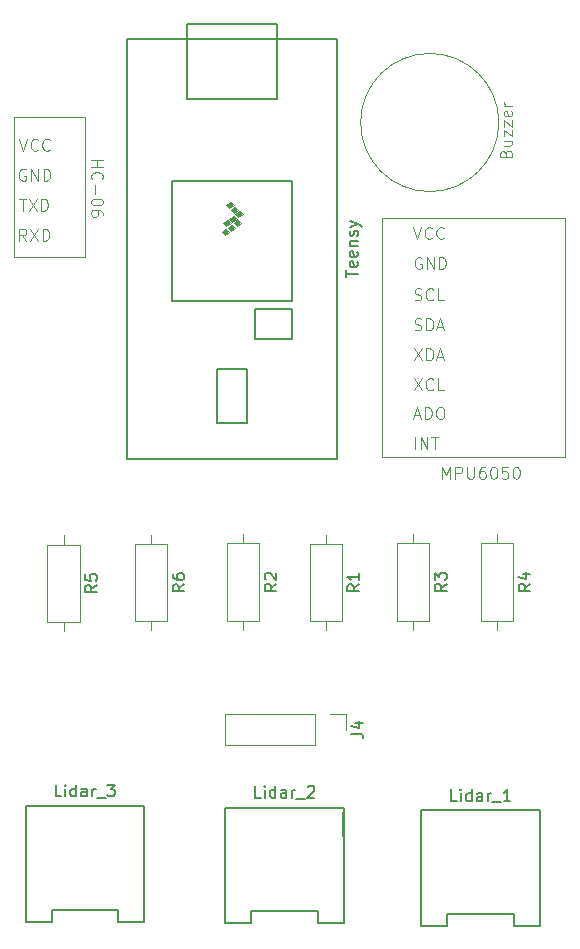
<source format=gto>
G04 #@! TF.GenerationSoftware,KiCad,Pcbnew,8.0.5*
G04 #@! TF.CreationDate,2024-11-18T01:09:08-08:00*
G04 #@! TF.ProjectId,PCB,5043422e-6b69-4636-9164-5f7063625858,rev?*
G04 #@! TF.SameCoordinates,Original*
G04 #@! TF.FileFunction,Legend,Top*
G04 #@! TF.FilePolarity,Positive*
%FSLAX46Y46*%
G04 Gerber Fmt 4.6, Leading zero omitted, Abs format (unit mm)*
G04 Created by KiCad (PCBNEW 8.0.5) date 2024-11-18 01:09:08*
%MOMM*%
%LPD*%
G01*
G04 APERTURE LIST*
%ADD10C,0.150000*%
%ADD11C,0.100000*%
%ADD12C,0.120000*%
%ADD13C,0.127000*%
%ADD14C,3.200000*%
%ADD15C,1.600000*%
%ADD16O,1.600000X1.600000*%
%ADD17R,1.524000X1.524000*%
%ADD18C,1.524000*%
%ADD19R,1.270000X1.270000*%
%ADD20C,1.270000*%
%ADD21R,1.700000X1.700000*%
%ADD22O,1.700000X1.700000*%
G04 APERTURE END LIST*
D10*
X93994819Y-80970952D02*
X93994819Y-80399524D01*
X94994819Y-80685238D02*
X93994819Y-80685238D01*
X94947200Y-79685238D02*
X94994819Y-79780476D01*
X94994819Y-79780476D02*
X94994819Y-79970952D01*
X94994819Y-79970952D02*
X94947200Y-80066190D01*
X94947200Y-80066190D02*
X94851961Y-80113809D01*
X94851961Y-80113809D02*
X94471009Y-80113809D01*
X94471009Y-80113809D02*
X94375771Y-80066190D01*
X94375771Y-80066190D02*
X94328152Y-79970952D01*
X94328152Y-79970952D02*
X94328152Y-79780476D01*
X94328152Y-79780476D02*
X94375771Y-79685238D01*
X94375771Y-79685238D02*
X94471009Y-79637619D01*
X94471009Y-79637619D02*
X94566247Y-79637619D01*
X94566247Y-79637619D02*
X94661485Y-80113809D01*
X94947200Y-78828095D02*
X94994819Y-78923333D01*
X94994819Y-78923333D02*
X94994819Y-79113809D01*
X94994819Y-79113809D02*
X94947200Y-79209047D01*
X94947200Y-79209047D02*
X94851961Y-79256666D01*
X94851961Y-79256666D02*
X94471009Y-79256666D01*
X94471009Y-79256666D02*
X94375771Y-79209047D01*
X94375771Y-79209047D02*
X94328152Y-79113809D01*
X94328152Y-79113809D02*
X94328152Y-78923333D01*
X94328152Y-78923333D02*
X94375771Y-78828095D01*
X94375771Y-78828095D02*
X94471009Y-78780476D01*
X94471009Y-78780476D02*
X94566247Y-78780476D01*
X94566247Y-78780476D02*
X94661485Y-79256666D01*
X94328152Y-78351904D02*
X94994819Y-78351904D01*
X94423390Y-78351904D02*
X94375771Y-78304285D01*
X94375771Y-78304285D02*
X94328152Y-78209047D01*
X94328152Y-78209047D02*
X94328152Y-78066190D01*
X94328152Y-78066190D02*
X94375771Y-77970952D01*
X94375771Y-77970952D02*
X94471009Y-77923333D01*
X94471009Y-77923333D02*
X94994819Y-77923333D01*
X94947200Y-77494761D02*
X94994819Y-77399523D01*
X94994819Y-77399523D02*
X94994819Y-77209047D01*
X94994819Y-77209047D02*
X94947200Y-77113809D01*
X94947200Y-77113809D02*
X94851961Y-77066190D01*
X94851961Y-77066190D02*
X94804342Y-77066190D01*
X94804342Y-77066190D02*
X94709104Y-77113809D01*
X94709104Y-77113809D02*
X94661485Y-77209047D01*
X94661485Y-77209047D02*
X94661485Y-77351904D01*
X94661485Y-77351904D02*
X94613866Y-77447142D01*
X94613866Y-77447142D02*
X94518628Y-77494761D01*
X94518628Y-77494761D02*
X94471009Y-77494761D01*
X94471009Y-77494761D02*
X94375771Y-77447142D01*
X94375771Y-77447142D02*
X94328152Y-77351904D01*
X94328152Y-77351904D02*
X94328152Y-77209047D01*
X94328152Y-77209047D02*
X94375771Y-77113809D01*
X94328152Y-76732856D02*
X94994819Y-76494761D01*
X94328152Y-76256666D02*
X94994819Y-76494761D01*
X94994819Y-76494761D02*
X95232914Y-76589999D01*
X95232914Y-76589999D02*
X95280533Y-76637618D01*
X95280533Y-76637618D02*
X95328152Y-76732856D01*
X95124819Y-107006666D02*
X94648628Y-107339999D01*
X95124819Y-107578094D02*
X94124819Y-107578094D01*
X94124819Y-107578094D02*
X94124819Y-107197142D01*
X94124819Y-107197142D02*
X94172438Y-107101904D01*
X94172438Y-107101904D02*
X94220057Y-107054285D01*
X94220057Y-107054285D02*
X94315295Y-107006666D01*
X94315295Y-107006666D02*
X94458152Y-107006666D01*
X94458152Y-107006666D02*
X94553390Y-107054285D01*
X94553390Y-107054285D02*
X94601009Y-107101904D01*
X94601009Y-107101904D02*
X94648628Y-107197142D01*
X94648628Y-107197142D02*
X94648628Y-107578094D01*
X95124819Y-106054285D02*
X95124819Y-106625713D01*
X95124819Y-106339999D02*
X94124819Y-106339999D01*
X94124819Y-106339999D02*
X94267676Y-106435237D01*
X94267676Y-106435237D02*
X94362914Y-106530475D01*
X94362914Y-106530475D02*
X94410533Y-106625713D01*
D11*
X107533609Y-70528571D02*
X107581228Y-70385714D01*
X107581228Y-70385714D02*
X107628847Y-70338095D01*
X107628847Y-70338095D02*
X107724085Y-70290476D01*
X107724085Y-70290476D02*
X107866942Y-70290476D01*
X107866942Y-70290476D02*
X107962180Y-70338095D01*
X107962180Y-70338095D02*
X108009800Y-70385714D01*
X108009800Y-70385714D02*
X108057419Y-70480952D01*
X108057419Y-70480952D02*
X108057419Y-70861904D01*
X108057419Y-70861904D02*
X107057419Y-70861904D01*
X107057419Y-70861904D02*
X107057419Y-70528571D01*
X107057419Y-70528571D02*
X107105038Y-70433333D01*
X107105038Y-70433333D02*
X107152657Y-70385714D01*
X107152657Y-70385714D02*
X107247895Y-70338095D01*
X107247895Y-70338095D02*
X107343133Y-70338095D01*
X107343133Y-70338095D02*
X107438371Y-70385714D01*
X107438371Y-70385714D02*
X107485990Y-70433333D01*
X107485990Y-70433333D02*
X107533609Y-70528571D01*
X107533609Y-70528571D02*
X107533609Y-70861904D01*
X107390752Y-69433333D02*
X108057419Y-69433333D01*
X107390752Y-69861904D02*
X107914561Y-69861904D01*
X107914561Y-69861904D02*
X108009800Y-69814285D01*
X108009800Y-69814285D02*
X108057419Y-69719047D01*
X108057419Y-69719047D02*
X108057419Y-69576190D01*
X108057419Y-69576190D02*
X108009800Y-69480952D01*
X108009800Y-69480952D02*
X107962180Y-69433333D01*
X107390752Y-69052380D02*
X107390752Y-68528571D01*
X107390752Y-68528571D02*
X108057419Y-69052380D01*
X108057419Y-69052380D02*
X108057419Y-68528571D01*
X107390752Y-68242856D02*
X107390752Y-67719047D01*
X107390752Y-67719047D02*
X108057419Y-68242856D01*
X108057419Y-68242856D02*
X108057419Y-67719047D01*
X108009800Y-66957142D02*
X108057419Y-67052380D01*
X108057419Y-67052380D02*
X108057419Y-67242856D01*
X108057419Y-67242856D02*
X108009800Y-67338094D01*
X108009800Y-67338094D02*
X107914561Y-67385713D01*
X107914561Y-67385713D02*
X107533609Y-67385713D01*
X107533609Y-67385713D02*
X107438371Y-67338094D01*
X107438371Y-67338094D02*
X107390752Y-67242856D01*
X107390752Y-67242856D02*
X107390752Y-67052380D01*
X107390752Y-67052380D02*
X107438371Y-66957142D01*
X107438371Y-66957142D02*
X107533609Y-66909523D01*
X107533609Y-66909523D02*
X107628847Y-66909523D01*
X107628847Y-66909523D02*
X107724085Y-67385713D01*
X108057419Y-66480951D02*
X107390752Y-66480951D01*
X107581228Y-66480951D02*
X107485990Y-66433332D01*
X107485990Y-66433332D02*
X107438371Y-66385713D01*
X107438371Y-66385713D02*
X107390752Y-66290475D01*
X107390752Y-66290475D02*
X107390752Y-66195237D01*
X72418580Y-71105857D02*
X73418580Y-71105857D01*
X72942390Y-71105857D02*
X72942390Y-71677285D01*
X72418580Y-71677285D02*
X73418580Y-71677285D01*
X72513819Y-72724904D02*
X72466200Y-72677285D01*
X72466200Y-72677285D02*
X72418580Y-72534428D01*
X72418580Y-72534428D02*
X72418580Y-72439190D01*
X72418580Y-72439190D02*
X72466200Y-72296333D01*
X72466200Y-72296333D02*
X72561438Y-72201095D01*
X72561438Y-72201095D02*
X72656676Y-72153476D01*
X72656676Y-72153476D02*
X72847152Y-72105857D01*
X72847152Y-72105857D02*
X72990009Y-72105857D01*
X72990009Y-72105857D02*
X73180485Y-72153476D01*
X73180485Y-72153476D02*
X73275723Y-72201095D01*
X73275723Y-72201095D02*
X73370961Y-72296333D01*
X73370961Y-72296333D02*
X73418580Y-72439190D01*
X73418580Y-72439190D02*
X73418580Y-72534428D01*
X73418580Y-72534428D02*
X73370961Y-72677285D01*
X73370961Y-72677285D02*
X73323342Y-72724904D01*
X72799533Y-73153476D02*
X72799533Y-73915381D01*
X73418580Y-74582047D02*
X73418580Y-74677285D01*
X73418580Y-74677285D02*
X73370961Y-74772523D01*
X73370961Y-74772523D02*
X73323342Y-74820142D01*
X73323342Y-74820142D02*
X73228104Y-74867761D01*
X73228104Y-74867761D02*
X73037628Y-74915380D01*
X73037628Y-74915380D02*
X72799533Y-74915380D01*
X72799533Y-74915380D02*
X72609057Y-74867761D01*
X72609057Y-74867761D02*
X72513819Y-74820142D01*
X72513819Y-74820142D02*
X72466200Y-74772523D01*
X72466200Y-74772523D02*
X72418580Y-74677285D01*
X72418580Y-74677285D02*
X72418580Y-74582047D01*
X72418580Y-74582047D02*
X72466200Y-74486809D01*
X72466200Y-74486809D02*
X72513819Y-74439190D01*
X72513819Y-74439190D02*
X72609057Y-74391571D01*
X72609057Y-74391571D02*
X72799533Y-74343952D01*
X72799533Y-74343952D02*
X73037628Y-74343952D01*
X73037628Y-74343952D02*
X73228104Y-74391571D01*
X73228104Y-74391571D02*
X73323342Y-74439190D01*
X73323342Y-74439190D02*
X73370961Y-74486809D01*
X73370961Y-74486809D02*
X73418580Y-74582047D01*
X73418580Y-75772523D02*
X73418580Y-75582047D01*
X73418580Y-75582047D02*
X73370961Y-75486809D01*
X73370961Y-75486809D02*
X73323342Y-75439190D01*
X73323342Y-75439190D02*
X73180485Y-75343952D01*
X73180485Y-75343952D02*
X72990009Y-75296333D01*
X72990009Y-75296333D02*
X72609057Y-75296333D01*
X72609057Y-75296333D02*
X72513819Y-75343952D01*
X72513819Y-75343952D02*
X72466200Y-75391571D01*
X72466200Y-75391571D02*
X72418580Y-75486809D01*
X72418580Y-75486809D02*
X72418580Y-75677285D01*
X72418580Y-75677285D02*
X72466200Y-75772523D01*
X72466200Y-75772523D02*
X72513819Y-75820142D01*
X72513819Y-75820142D02*
X72609057Y-75867761D01*
X72609057Y-75867761D02*
X72847152Y-75867761D01*
X72847152Y-75867761D02*
X72942390Y-75820142D01*
X72942390Y-75820142D02*
X72990009Y-75772523D01*
X72990009Y-75772523D02*
X73037628Y-75677285D01*
X73037628Y-75677285D02*
X73037628Y-75486809D01*
X73037628Y-75486809D02*
X72990009Y-75391571D01*
X72990009Y-75391571D02*
X72942390Y-75343952D01*
X72942390Y-75343952D02*
X72847152Y-75296333D01*
X66351027Y-69287419D02*
X66684360Y-70287419D01*
X66684360Y-70287419D02*
X67017693Y-69287419D01*
X67922455Y-70192180D02*
X67874836Y-70239800D01*
X67874836Y-70239800D02*
X67731979Y-70287419D01*
X67731979Y-70287419D02*
X67636741Y-70287419D01*
X67636741Y-70287419D02*
X67493884Y-70239800D01*
X67493884Y-70239800D02*
X67398646Y-70144561D01*
X67398646Y-70144561D02*
X67351027Y-70049323D01*
X67351027Y-70049323D02*
X67303408Y-69858847D01*
X67303408Y-69858847D02*
X67303408Y-69715990D01*
X67303408Y-69715990D02*
X67351027Y-69525514D01*
X67351027Y-69525514D02*
X67398646Y-69430276D01*
X67398646Y-69430276D02*
X67493884Y-69335038D01*
X67493884Y-69335038D02*
X67636741Y-69287419D01*
X67636741Y-69287419D02*
X67731979Y-69287419D01*
X67731979Y-69287419D02*
X67874836Y-69335038D01*
X67874836Y-69335038D02*
X67922455Y-69382657D01*
X68922455Y-70192180D02*
X68874836Y-70239800D01*
X68874836Y-70239800D02*
X68731979Y-70287419D01*
X68731979Y-70287419D02*
X68636741Y-70287419D01*
X68636741Y-70287419D02*
X68493884Y-70239800D01*
X68493884Y-70239800D02*
X68398646Y-70144561D01*
X68398646Y-70144561D02*
X68351027Y-70049323D01*
X68351027Y-70049323D02*
X68303408Y-69858847D01*
X68303408Y-69858847D02*
X68303408Y-69715990D01*
X68303408Y-69715990D02*
X68351027Y-69525514D01*
X68351027Y-69525514D02*
X68398646Y-69430276D01*
X68398646Y-69430276D02*
X68493884Y-69335038D01*
X68493884Y-69335038D02*
X68636741Y-69287419D01*
X68636741Y-69287419D02*
X68731979Y-69287419D01*
X68731979Y-69287419D02*
X68874836Y-69335038D01*
X68874836Y-69335038D02*
X68922455Y-69382657D01*
X66938312Y-77907419D02*
X66604979Y-77431228D01*
X66366884Y-77907419D02*
X66366884Y-76907419D01*
X66366884Y-76907419D02*
X66747836Y-76907419D01*
X66747836Y-76907419D02*
X66843074Y-76955038D01*
X66843074Y-76955038D02*
X66890693Y-77002657D01*
X66890693Y-77002657D02*
X66938312Y-77097895D01*
X66938312Y-77097895D02*
X66938312Y-77240752D01*
X66938312Y-77240752D02*
X66890693Y-77335990D01*
X66890693Y-77335990D02*
X66843074Y-77383609D01*
X66843074Y-77383609D02*
X66747836Y-77431228D01*
X66747836Y-77431228D02*
X66366884Y-77431228D01*
X67271646Y-76907419D02*
X67938312Y-77907419D01*
X67938312Y-76907419D02*
X67271646Y-77907419D01*
X68319265Y-77907419D02*
X68319265Y-76907419D01*
X68319265Y-76907419D02*
X68557360Y-76907419D01*
X68557360Y-76907419D02*
X68700217Y-76955038D01*
X68700217Y-76955038D02*
X68795455Y-77050276D01*
X68795455Y-77050276D02*
X68843074Y-77145514D01*
X68843074Y-77145514D02*
X68890693Y-77335990D01*
X68890693Y-77335990D02*
X68890693Y-77478847D01*
X68890693Y-77478847D02*
X68843074Y-77669323D01*
X68843074Y-77669323D02*
X68795455Y-77764561D01*
X68795455Y-77764561D02*
X68700217Y-77859800D01*
X68700217Y-77859800D02*
X68557360Y-77907419D01*
X68557360Y-77907419D02*
X68319265Y-77907419D01*
X66351027Y-74367419D02*
X66922455Y-74367419D01*
X66636741Y-75367419D02*
X66636741Y-74367419D01*
X67160551Y-74367419D02*
X67827217Y-75367419D01*
X67827217Y-74367419D02*
X67160551Y-75367419D01*
X68208170Y-75367419D02*
X68208170Y-74367419D01*
X68208170Y-74367419D02*
X68446265Y-74367419D01*
X68446265Y-74367419D02*
X68589122Y-74415038D01*
X68589122Y-74415038D02*
X68684360Y-74510276D01*
X68684360Y-74510276D02*
X68731979Y-74605514D01*
X68731979Y-74605514D02*
X68779598Y-74795990D01*
X68779598Y-74795990D02*
X68779598Y-74938847D01*
X68779598Y-74938847D02*
X68731979Y-75129323D01*
X68731979Y-75129323D02*
X68684360Y-75224561D01*
X68684360Y-75224561D02*
X68589122Y-75319800D01*
X68589122Y-75319800D02*
X68446265Y-75367419D01*
X68446265Y-75367419D02*
X68208170Y-75367419D01*
X66890693Y-71875038D02*
X66795455Y-71827419D01*
X66795455Y-71827419D02*
X66652598Y-71827419D01*
X66652598Y-71827419D02*
X66509741Y-71875038D01*
X66509741Y-71875038D02*
X66414503Y-71970276D01*
X66414503Y-71970276D02*
X66366884Y-72065514D01*
X66366884Y-72065514D02*
X66319265Y-72255990D01*
X66319265Y-72255990D02*
X66319265Y-72398847D01*
X66319265Y-72398847D02*
X66366884Y-72589323D01*
X66366884Y-72589323D02*
X66414503Y-72684561D01*
X66414503Y-72684561D02*
X66509741Y-72779800D01*
X66509741Y-72779800D02*
X66652598Y-72827419D01*
X66652598Y-72827419D02*
X66747836Y-72827419D01*
X66747836Y-72827419D02*
X66890693Y-72779800D01*
X66890693Y-72779800D02*
X66938312Y-72732180D01*
X66938312Y-72732180D02*
X66938312Y-72398847D01*
X66938312Y-72398847D02*
X66747836Y-72398847D01*
X67366884Y-72827419D02*
X67366884Y-71827419D01*
X67366884Y-71827419D02*
X67938312Y-72827419D01*
X67938312Y-72827419D02*
X67938312Y-71827419D01*
X68414503Y-72827419D02*
X68414503Y-71827419D01*
X68414503Y-71827419D02*
X68652598Y-71827419D01*
X68652598Y-71827419D02*
X68795455Y-71875038D01*
X68795455Y-71875038D02*
X68890693Y-71970276D01*
X68890693Y-71970276D02*
X68938312Y-72065514D01*
X68938312Y-72065514D02*
X68985931Y-72255990D01*
X68985931Y-72255990D02*
X68985931Y-72398847D01*
X68985931Y-72398847D02*
X68938312Y-72589323D01*
X68938312Y-72589323D02*
X68890693Y-72684561D01*
X68890693Y-72684561D02*
X68795455Y-72779800D01*
X68795455Y-72779800D02*
X68652598Y-72827419D01*
X68652598Y-72827419D02*
X68414503Y-72827419D01*
D10*
X102524819Y-106966666D02*
X102048628Y-107299999D01*
X102524819Y-107538094D02*
X101524819Y-107538094D01*
X101524819Y-107538094D02*
X101524819Y-107157142D01*
X101524819Y-107157142D02*
X101572438Y-107061904D01*
X101572438Y-107061904D02*
X101620057Y-107014285D01*
X101620057Y-107014285D02*
X101715295Y-106966666D01*
X101715295Y-106966666D02*
X101858152Y-106966666D01*
X101858152Y-106966666D02*
X101953390Y-107014285D01*
X101953390Y-107014285D02*
X102001009Y-107061904D01*
X102001009Y-107061904D02*
X102048628Y-107157142D01*
X102048628Y-107157142D02*
X102048628Y-107538094D01*
X101524819Y-106633332D02*
X101524819Y-106014285D01*
X101524819Y-106014285D02*
X101905771Y-106347618D01*
X101905771Y-106347618D02*
X101905771Y-106204761D01*
X101905771Y-106204761D02*
X101953390Y-106109523D01*
X101953390Y-106109523D02*
X102001009Y-106061904D01*
X102001009Y-106061904D02*
X102096247Y-106014285D01*
X102096247Y-106014285D02*
X102334342Y-106014285D01*
X102334342Y-106014285D02*
X102429580Y-106061904D01*
X102429580Y-106061904D02*
X102477200Y-106109523D01*
X102477200Y-106109523D02*
X102524819Y-106204761D01*
X102524819Y-106204761D02*
X102524819Y-106490475D01*
X102524819Y-106490475D02*
X102477200Y-106585713D01*
X102477200Y-106585713D02*
X102429580Y-106633332D01*
X69899999Y-124954819D02*
X69423809Y-124954819D01*
X69423809Y-124954819D02*
X69423809Y-123954819D01*
X70233333Y-124954819D02*
X70233333Y-124288152D01*
X70233333Y-123954819D02*
X70185714Y-124002438D01*
X70185714Y-124002438D02*
X70233333Y-124050057D01*
X70233333Y-124050057D02*
X70280952Y-124002438D01*
X70280952Y-124002438D02*
X70233333Y-123954819D01*
X70233333Y-123954819D02*
X70233333Y-124050057D01*
X71138094Y-124954819D02*
X71138094Y-123954819D01*
X71138094Y-124907200D02*
X71042856Y-124954819D01*
X71042856Y-124954819D02*
X70852380Y-124954819D01*
X70852380Y-124954819D02*
X70757142Y-124907200D01*
X70757142Y-124907200D02*
X70709523Y-124859580D01*
X70709523Y-124859580D02*
X70661904Y-124764342D01*
X70661904Y-124764342D02*
X70661904Y-124478628D01*
X70661904Y-124478628D02*
X70709523Y-124383390D01*
X70709523Y-124383390D02*
X70757142Y-124335771D01*
X70757142Y-124335771D02*
X70852380Y-124288152D01*
X70852380Y-124288152D02*
X71042856Y-124288152D01*
X71042856Y-124288152D02*
X71138094Y-124335771D01*
X72042856Y-124954819D02*
X72042856Y-124431009D01*
X72042856Y-124431009D02*
X71995237Y-124335771D01*
X71995237Y-124335771D02*
X71899999Y-124288152D01*
X71899999Y-124288152D02*
X71709523Y-124288152D01*
X71709523Y-124288152D02*
X71614285Y-124335771D01*
X72042856Y-124907200D02*
X71947618Y-124954819D01*
X71947618Y-124954819D02*
X71709523Y-124954819D01*
X71709523Y-124954819D02*
X71614285Y-124907200D01*
X71614285Y-124907200D02*
X71566666Y-124811961D01*
X71566666Y-124811961D02*
X71566666Y-124716723D01*
X71566666Y-124716723D02*
X71614285Y-124621485D01*
X71614285Y-124621485D02*
X71709523Y-124573866D01*
X71709523Y-124573866D02*
X71947618Y-124573866D01*
X71947618Y-124573866D02*
X72042856Y-124526247D01*
X72519047Y-124954819D02*
X72519047Y-124288152D01*
X72519047Y-124478628D02*
X72566666Y-124383390D01*
X72566666Y-124383390D02*
X72614285Y-124335771D01*
X72614285Y-124335771D02*
X72709523Y-124288152D01*
X72709523Y-124288152D02*
X72804761Y-124288152D01*
X72900000Y-125050057D02*
X73661904Y-125050057D01*
X73804762Y-123954819D02*
X74423809Y-123954819D01*
X74423809Y-123954819D02*
X74090476Y-124335771D01*
X74090476Y-124335771D02*
X74233333Y-124335771D01*
X74233333Y-124335771D02*
X74328571Y-124383390D01*
X74328571Y-124383390D02*
X74376190Y-124431009D01*
X74376190Y-124431009D02*
X74423809Y-124526247D01*
X74423809Y-124526247D02*
X74423809Y-124764342D01*
X74423809Y-124764342D02*
X74376190Y-124859580D01*
X74376190Y-124859580D02*
X74328571Y-124907200D01*
X74328571Y-124907200D02*
X74233333Y-124954819D01*
X74233333Y-124954819D02*
X73947619Y-124954819D01*
X73947619Y-124954819D02*
X73852381Y-124907200D01*
X73852381Y-124907200D02*
X73804762Y-124859580D01*
X109624819Y-106966666D02*
X109148628Y-107299999D01*
X109624819Y-107538094D02*
X108624819Y-107538094D01*
X108624819Y-107538094D02*
X108624819Y-107157142D01*
X108624819Y-107157142D02*
X108672438Y-107061904D01*
X108672438Y-107061904D02*
X108720057Y-107014285D01*
X108720057Y-107014285D02*
X108815295Y-106966666D01*
X108815295Y-106966666D02*
X108958152Y-106966666D01*
X108958152Y-106966666D02*
X109053390Y-107014285D01*
X109053390Y-107014285D02*
X109101009Y-107061904D01*
X109101009Y-107061904D02*
X109148628Y-107157142D01*
X109148628Y-107157142D02*
X109148628Y-107538094D01*
X108958152Y-106109523D02*
X109624819Y-106109523D01*
X108577200Y-106347618D02*
X109291485Y-106585713D01*
X109291485Y-106585713D02*
X109291485Y-105966666D01*
X94464819Y-119633333D02*
X95179104Y-119633333D01*
X95179104Y-119633333D02*
X95321961Y-119680952D01*
X95321961Y-119680952D02*
X95417200Y-119776190D01*
X95417200Y-119776190D02*
X95464819Y-119919047D01*
X95464819Y-119919047D02*
X95464819Y-120014285D01*
X94798152Y-118728571D02*
X95464819Y-118728571D01*
X94417200Y-118966666D02*
X95131485Y-119204761D01*
X95131485Y-119204761D02*
X95131485Y-118585714D01*
X88124819Y-106966666D02*
X87648628Y-107299999D01*
X88124819Y-107538094D02*
X87124819Y-107538094D01*
X87124819Y-107538094D02*
X87124819Y-107157142D01*
X87124819Y-107157142D02*
X87172438Y-107061904D01*
X87172438Y-107061904D02*
X87220057Y-107014285D01*
X87220057Y-107014285D02*
X87315295Y-106966666D01*
X87315295Y-106966666D02*
X87458152Y-106966666D01*
X87458152Y-106966666D02*
X87553390Y-107014285D01*
X87553390Y-107014285D02*
X87601009Y-107061904D01*
X87601009Y-107061904D02*
X87648628Y-107157142D01*
X87648628Y-107157142D02*
X87648628Y-107538094D01*
X87220057Y-106585713D02*
X87172438Y-106538094D01*
X87172438Y-106538094D02*
X87124819Y-106442856D01*
X87124819Y-106442856D02*
X87124819Y-106204761D01*
X87124819Y-106204761D02*
X87172438Y-106109523D01*
X87172438Y-106109523D02*
X87220057Y-106061904D01*
X87220057Y-106061904D02*
X87315295Y-106014285D01*
X87315295Y-106014285D02*
X87410533Y-106014285D01*
X87410533Y-106014285D02*
X87553390Y-106061904D01*
X87553390Y-106061904D02*
X88124819Y-106633332D01*
X88124819Y-106633332D02*
X88124819Y-106014285D01*
D11*
X102138095Y-98057419D02*
X102138095Y-97057419D01*
X102138095Y-97057419D02*
X102471428Y-97771704D01*
X102471428Y-97771704D02*
X102804761Y-97057419D01*
X102804761Y-97057419D02*
X102804761Y-98057419D01*
X103280952Y-98057419D02*
X103280952Y-97057419D01*
X103280952Y-97057419D02*
X103661904Y-97057419D01*
X103661904Y-97057419D02*
X103757142Y-97105038D01*
X103757142Y-97105038D02*
X103804761Y-97152657D01*
X103804761Y-97152657D02*
X103852380Y-97247895D01*
X103852380Y-97247895D02*
X103852380Y-97390752D01*
X103852380Y-97390752D02*
X103804761Y-97485990D01*
X103804761Y-97485990D02*
X103757142Y-97533609D01*
X103757142Y-97533609D02*
X103661904Y-97581228D01*
X103661904Y-97581228D02*
X103280952Y-97581228D01*
X104280952Y-97057419D02*
X104280952Y-97866942D01*
X104280952Y-97866942D02*
X104328571Y-97962180D01*
X104328571Y-97962180D02*
X104376190Y-98009800D01*
X104376190Y-98009800D02*
X104471428Y-98057419D01*
X104471428Y-98057419D02*
X104661904Y-98057419D01*
X104661904Y-98057419D02*
X104757142Y-98009800D01*
X104757142Y-98009800D02*
X104804761Y-97962180D01*
X104804761Y-97962180D02*
X104852380Y-97866942D01*
X104852380Y-97866942D02*
X104852380Y-97057419D01*
X105757142Y-97057419D02*
X105566666Y-97057419D01*
X105566666Y-97057419D02*
X105471428Y-97105038D01*
X105471428Y-97105038D02*
X105423809Y-97152657D01*
X105423809Y-97152657D02*
X105328571Y-97295514D01*
X105328571Y-97295514D02*
X105280952Y-97485990D01*
X105280952Y-97485990D02*
X105280952Y-97866942D01*
X105280952Y-97866942D02*
X105328571Y-97962180D01*
X105328571Y-97962180D02*
X105376190Y-98009800D01*
X105376190Y-98009800D02*
X105471428Y-98057419D01*
X105471428Y-98057419D02*
X105661904Y-98057419D01*
X105661904Y-98057419D02*
X105757142Y-98009800D01*
X105757142Y-98009800D02*
X105804761Y-97962180D01*
X105804761Y-97962180D02*
X105852380Y-97866942D01*
X105852380Y-97866942D02*
X105852380Y-97628847D01*
X105852380Y-97628847D02*
X105804761Y-97533609D01*
X105804761Y-97533609D02*
X105757142Y-97485990D01*
X105757142Y-97485990D02*
X105661904Y-97438371D01*
X105661904Y-97438371D02*
X105471428Y-97438371D01*
X105471428Y-97438371D02*
X105376190Y-97485990D01*
X105376190Y-97485990D02*
X105328571Y-97533609D01*
X105328571Y-97533609D02*
X105280952Y-97628847D01*
X106471428Y-97057419D02*
X106566666Y-97057419D01*
X106566666Y-97057419D02*
X106661904Y-97105038D01*
X106661904Y-97105038D02*
X106709523Y-97152657D01*
X106709523Y-97152657D02*
X106757142Y-97247895D01*
X106757142Y-97247895D02*
X106804761Y-97438371D01*
X106804761Y-97438371D02*
X106804761Y-97676466D01*
X106804761Y-97676466D02*
X106757142Y-97866942D01*
X106757142Y-97866942D02*
X106709523Y-97962180D01*
X106709523Y-97962180D02*
X106661904Y-98009800D01*
X106661904Y-98009800D02*
X106566666Y-98057419D01*
X106566666Y-98057419D02*
X106471428Y-98057419D01*
X106471428Y-98057419D02*
X106376190Y-98009800D01*
X106376190Y-98009800D02*
X106328571Y-97962180D01*
X106328571Y-97962180D02*
X106280952Y-97866942D01*
X106280952Y-97866942D02*
X106233333Y-97676466D01*
X106233333Y-97676466D02*
X106233333Y-97438371D01*
X106233333Y-97438371D02*
X106280952Y-97247895D01*
X106280952Y-97247895D02*
X106328571Y-97152657D01*
X106328571Y-97152657D02*
X106376190Y-97105038D01*
X106376190Y-97105038D02*
X106471428Y-97057419D01*
X107709523Y-97057419D02*
X107233333Y-97057419D01*
X107233333Y-97057419D02*
X107185714Y-97533609D01*
X107185714Y-97533609D02*
X107233333Y-97485990D01*
X107233333Y-97485990D02*
X107328571Y-97438371D01*
X107328571Y-97438371D02*
X107566666Y-97438371D01*
X107566666Y-97438371D02*
X107661904Y-97485990D01*
X107661904Y-97485990D02*
X107709523Y-97533609D01*
X107709523Y-97533609D02*
X107757142Y-97628847D01*
X107757142Y-97628847D02*
X107757142Y-97866942D01*
X107757142Y-97866942D02*
X107709523Y-97962180D01*
X107709523Y-97962180D02*
X107661904Y-98009800D01*
X107661904Y-98009800D02*
X107566666Y-98057419D01*
X107566666Y-98057419D02*
X107328571Y-98057419D01*
X107328571Y-98057419D02*
X107233333Y-98009800D01*
X107233333Y-98009800D02*
X107185714Y-97962180D01*
X108376190Y-97057419D02*
X108471428Y-97057419D01*
X108471428Y-97057419D02*
X108566666Y-97105038D01*
X108566666Y-97105038D02*
X108614285Y-97152657D01*
X108614285Y-97152657D02*
X108661904Y-97247895D01*
X108661904Y-97247895D02*
X108709523Y-97438371D01*
X108709523Y-97438371D02*
X108709523Y-97676466D01*
X108709523Y-97676466D02*
X108661904Y-97866942D01*
X108661904Y-97866942D02*
X108614285Y-97962180D01*
X108614285Y-97962180D02*
X108566666Y-98009800D01*
X108566666Y-98009800D02*
X108471428Y-98057419D01*
X108471428Y-98057419D02*
X108376190Y-98057419D01*
X108376190Y-98057419D02*
X108280952Y-98009800D01*
X108280952Y-98009800D02*
X108233333Y-97962180D01*
X108233333Y-97962180D02*
X108185714Y-97866942D01*
X108185714Y-97866942D02*
X108138095Y-97676466D01*
X108138095Y-97676466D02*
X108138095Y-97438371D01*
X108138095Y-97438371D02*
X108185714Y-97247895D01*
X108185714Y-97247895D02*
X108233333Y-97152657D01*
X108233333Y-97152657D02*
X108280952Y-97105038D01*
X108280952Y-97105038D02*
X108376190Y-97057419D01*
X99720967Y-76746494D02*
X100054300Y-77746494D01*
X100054300Y-77746494D02*
X100387633Y-76746494D01*
X101292395Y-77651255D02*
X101244776Y-77698875D01*
X101244776Y-77698875D02*
X101101919Y-77746494D01*
X101101919Y-77746494D02*
X101006681Y-77746494D01*
X101006681Y-77746494D02*
X100863824Y-77698875D01*
X100863824Y-77698875D02*
X100768586Y-77603636D01*
X100768586Y-77603636D02*
X100720967Y-77508398D01*
X100720967Y-77508398D02*
X100673348Y-77317922D01*
X100673348Y-77317922D02*
X100673348Y-77175065D01*
X100673348Y-77175065D02*
X100720967Y-76984589D01*
X100720967Y-76984589D02*
X100768586Y-76889351D01*
X100768586Y-76889351D02*
X100863824Y-76794113D01*
X100863824Y-76794113D02*
X101006681Y-76746494D01*
X101006681Y-76746494D02*
X101101919Y-76746494D01*
X101101919Y-76746494D02*
X101244776Y-76794113D01*
X101244776Y-76794113D02*
X101292395Y-76841732D01*
X102292395Y-77651255D02*
X102244776Y-77698875D01*
X102244776Y-77698875D02*
X102101919Y-77746494D01*
X102101919Y-77746494D02*
X102006681Y-77746494D01*
X102006681Y-77746494D02*
X101863824Y-77698875D01*
X101863824Y-77698875D02*
X101768586Y-77603636D01*
X101768586Y-77603636D02*
X101720967Y-77508398D01*
X101720967Y-77508398D02*
X101673348Y-77317922D01*
X101673348Y-77317922D02*
X101673348Y-77175065D01*
X101673348Y-77175065D02*
X101720967Y-76984589D01*
X101720967Y-76984589D02*
X101768586Y-76889351D01*
X101768586Y-76889351D02*
X101863824Y-76794113D01*
X101863824Y-76794113D02*
X102006681Y-76746494D01*
X102006681Y-76746494D02*
X102101919Y-76746494D01*
X102101919Y-76746494D02*
X102244776Y-76794113D01*
X102244776Y-76794113D02*
X102292395Y-76841732D01*
X99816205Y-92700779D02*
X100292395Y-92700779D01*
X99720967Y-92986494D02*
X100054300Y-91986494D01*
X100054300Y-91986494D02*
X100387633Y-92986494D01*
X100720967Y-92986494D02*
X100720967Y-91986494D01*
X100720967Y-91986494D02*
X100959062Y-91986494D01*
X100959062Y-91986494D02*
X101101919Y-92034113D01*
X101101919Y-92034113D02*
X101197157Y-92129351D01*
X101197157Y-92129351D02*
X101244776Y-92224589D01*
X101244776Y-92224589D02*
X101292395Y-92415065D01*
X101292395Y-92415065D02*
X101292395Y-92557922D01*
X101292395Y-92557922D02*
X101244776Y-92748398D01*
X101244776Y-92748398D02*
X101197157Y-92843636D01*
X101197157Y-92843636D02*
X101101919Y-92938875D01*
X101101919Y-92938875D02*
X100959062Y-92986494D01*
X100959062Y-92986494D02*
X100720967Y-92986494D01*
X101911443Y-91986494D02*
X102101919Y-91986494D01*
X102101919Y-91986494D02*
X102197157Y-92034113D01*
X102197157Y-92034113D02*
X102292395Y-92129351D01*
X102292395Y-92129351D02*
X102340014Y-92319827D01*
X102340014Y-92319827D02*
X102340014Y-92653160D01*
X102340014Y-92653160D02*
X102292395Y-92843636D01*
X102292395Y-92843636D02*
X102197157Y-92938875D01*
X102197157Y-92938875D02*
X102101919Y-92986494D01*
X102101919Y-92986494D02*
X101911443Y-92986494D01*
X101911443Y-92986494D02*
X101816205Y-92938875D01*
X101816205Y-92938875D02*
X101720967Y-92843636D01*
X101720967Y-92843636D02*
X101673348Y-92653160D01*
X101673348Y-92653160D02*
X101673348Y-92319827D01*
X101673348Y-92319827D02*
X101720967Y-92129351D01*
X101720967Y-92129351D02*
X101816205Y-92034113D01*
X101816205Y-92034113D02*
X101911443Y-91986494D01*
X99863824Y-95526494D02*
X99863824Y-94526494D01*
X100340014Y-95526494D02*
X100340014Y-94526494D01*
X100340014Y-94526494D02*
X100911442Y-95526494D01*
X100911442Y-95526494D02*
X100911442Y-94526494D01*
X101244776Y-94526494D02*
X101816204Y-94526494D01*
X101530490Y-95526494D02*
X101530490Y-94526494D01*
X99816205Y-85445875D02*
X99959062Y-85493494D01*
X99959062Y-85493494D02*
X100197157Y-85493494D01*
X100197157Y-85493494D02*
X100292395Y-85445875D01*
X100292395Y-85445875D02*
X100340014Y-85398255D01*
X100340014Y-85398255D02*
X100387633Y-85303017D01*
X100387633Y-85303017D02*
X100387633Y-85207779D01*
X100387633Y-85207779D02*
X100340014Y-85112541D01*
X100340014Y-85112541D02*
X100292395Y-85064922D01*
X100292395Y-85064922D02*
X100197157Y-85017303D01*
X100197157Y-85017303D02*
X100006681Y-84969684D01*
X100006681Y-84969684D02*
X99911443Y-84922065D01*
X99911443Y-84922065D02*
X99863824Y-84874446D01*
X99863824Y-84874446D02*
X99816205Y-84779208D01*
X99816205Y-84779208D02*
X99816205Y-84683970D01*
X99816205Y-84683970D02*
X99863824Y-84588732D01*
X99863824Y-84588732D02*
X99911443Y-84541113D01*
X99911443Y-84541113D02*
X100006681Y-84493494D01*
X100006681Y-84493494D02*
X100244776Y-84493494D01*
X100244776Y-84493494D02*
X100387633Y-84541113D01*
X100816205Y-85493494D02*
X100816205Y-84493494D01*
X100816205Y-84493494D02*
X101054300Y-84493494D01*
X101054300Y-84493494D02*
X101197157Y-84541113D01*
X101197157Y-84541113D02*
X101292395Y-84636351D01*
X101292395Y-84636351D02*
X101340014Y-84731589D01*
X101340014Y-84731589D02*
X101387633Y-84922065D01*
X101387633Y-84922065D02*
X101387633Y-85064922D01*
X101387633Y-85064922D02*
X101340014Y-85255398D01*
X101340014Y-85255398D02*
X101292395Y-85350636D01*
X101292395Y-85350636D02*
X101197157Y-85445875D01*
X101197157Y-85445875D02*
X101054300Y-85493494D01*
X101054300Y-85493494D02*
X100816205Y-85493494D01*
X101768586Y-85207779D02*
X102244776Y-85207779D01*
X101673348Y-85493494D02*
X102006681Y-84493494D01*
X102006681Y-84493494D02*
X102340014Y-85493494D01*
X100387633Y-79334113D02*
X100292395Y-79286494D01*
X100292395Y-79286494D02*
X100149538Y-79286494D01*
X100149538Y-79286494D02*
X100006681Y-79334113D01*
X100006681Y-79334113D02*
X99911443Y-79429351D01*
X99911443Y-79429351D02*
X99863824Y-79524589D01*
X99863824Y-79524589D02*
X99816205Y-79715065D01*
X99816205Y-79715065D02*
X99816205Y-79857922D01*
X99816205Y-79857922D02*
X99863824Y-80048398D01*
X99863824Y-80048398D02*
X99911443Y-80143636D01*
X99911443Y-80143636D02*
X100006681Y-80238875D01*
X100006681Y-80238875D02*
X100149538Y-80286494D01*
X100149538Y-80286494D02*
X100244776Y-80286494D01*
X100244776Y-80286494D02*
X100387633Y-80238875D01*
X100387633Y-80238875D02*
X100435252Y-80191255D01*
X100435252Y-80191255D02*
X100435252Y-79857922D01*
X100435252Y-79857922D02*
X100244776Y-79857922D01*
X100863824Y-80286494D02*
X100863824Y-79286494D01*
X100863824Y-79286494D02*
X101435252Y-80286494D01*
X101435252Y-80286494D02*
X101435252Y-79286494D01*
X101911443Y-80286494D02*
X101911443Y-79286494D01*
X101911443Y-79286494D02*
X102149538Y-79286494D01*
X102149538Y-79286494D02*
X102292395Y-79334113D01*
X102292395Y-79334113D02*
X102387633Y-79429351D01*
X102387633Y-79429351D02*
X102435252Y-79524589D01*
X102435252Y-79524589D02*
X102482871Y-79715065D01*
X102482871Y-79715065D02*
X102482871Y-79857922D01*
X102482871Y-79857922D02*
X102435252Y-80048398D01*
X102435252Y-80048398D02*
X102387633Y-80143636D01*
X102387633Y-80143636D02*
X102292395Y-80238875D01*
X102292395Y-80238875D02*
X102149538Y-80286494D01*
X102149538Y-80286494D02*
X101911443Y-80286494D01*
X99816205Y-82905875D02*
X99959062Y-82953494D01*
X99959062Y-82953494D02*
X100197157Y-82953494D01*
X100197157Y-82953494D02*
X100292395Y-82905875D01*
X100292395Y-82905875D02*
X100340014Y-82858255D01*
X100340014Y-82858255D02*
X100387633Y-82763017D01*
X100387633Y-82763017D02*
X100387633Y-82667779D01*
X100387633Y-82667779D02*
X100340014Y-82572541D01*
X100340014Y-82572541D02*
X100292395Y-82524922D01*
X100292395Y-82524922D02*
X100197157Y-82477303D01*
X100197157Y-82477303D02*
X100006681Y-82429684D01*
X100006681Y-82429684D02*
X99911443Y-82382065D01*
X99911443Y-82382065D02*
X99863824Y-82334446D01*
X99863824Y-82334446D02*
X99816205Y-82239208D01*
X99816205Y-82239208D02*
X99816205Y-82143970D01*
X99816205Y-82143970D02*
X99863824Y-82048732D01*
X99863824Y-82048732D02*
X99911443Y-82001113D01*
X99911443Y-82001113D02*
X100006681Y-81953494D01*
X100006681Y-81953494D02*
X100244776Y-81953494D01*
X100244776Y-81953494D02*
X100387633Y-82001113D01*
X101387633Y-82858255D02*
X101340014Y-82905875D01*
X101340014Y-82905875D02*
X101197157Y-82953494D01*
X101197157Y-82953494D02*
X101101919Y-82953494D01*
X101101919Y-82953494D02*
X100959062Y-82905875D01*
X100959062Y-82905875D02*
X100863824Y-82810636D01*
X100863824Y-82810636D02*
X100816205Y-82715398D01*
X100816205Y-82715398D02*
X100768586Y-82524922D01*
X100768586Y-82524922D02*
X100768586Y-82382065D01*
X100768586Y-82382065D02*
X100816205Y-82191589D01*
X100816205Y-82191589D02*
X100863824Y-82096351D01*
X100863824Y-82096351D02*
X100959062Y-82001113D01*
X100959062Y-82001113D02*
X101101919Y-81953494D01*
X101101919Y-81953494D02*
X101197157Y-81953494D01*
X101197157Y-81953494D02*
X101340014Y-82001113D01*
X101340014Y-82001113D02*
X101387633Y-82048732D01*
X102292395Y-82953494D02*
X101816205Y-82953494D01*
X101816205Y-82953494D02*
X101816205Y-81953494D01*
X99768586Y-87033494D02*
X100435252Y-88033494D01*
X100435252Y-87033494D02*
X99768586Y-88033494D01*
X100816205Y-88033494D02*
X100816205Y-87033494D01*
X100816205Y-87033494D02*
X101054300Y-87033494D01*
X101054300Y-87033494D02*
X101197157Y-87081113D01*
X101197157Y-87081113D02*
X101292395Y-87176351D01*
X101292395Y-87176351D02*
X101340014Y-87271589D01*
X101340014Y-87271589D02*
X101387633Y-87462065D01*
X101387633Y-87462065D02*
X101387633Y-87604922D01*
X101387633Y-87604922D02*
X101340014Y-87795398D01*
X101340014Y-87795398D02*
X101292395Y-87890636D01*
X101292395Y-87890636D02*
X101197157Y-87985875D01*
X101197157Y-87985875D02*
X101054300Y-88033494D01*
X101054300Y-88033494D02*
X100816205Y-88033494D01*
X101768586Y-87747779D02*
X102244776Y-87747779D01*
X101673348Y-88033494D02*
X102006681Y-87033494D01*
X102006681Y-87033494D02*
X102340014Y-88033494D01*
X99768586Y-89573494D02*
X100435252Y-90573494D01*
X100435252Y-89573494D02*
X99768586Y-90573494D01*
X101387633Y-90478255D02*
X101340014Y-90525875D01*
X101340014Y-90525875D02*
X101197157Y-90573494D01*
X101197157Y-90573494D02*
X101101919Y-90573494D01*
X101101919Y-90573494D02*
X100959062Y-90525875D01*
X100959062Y-90525875D02*
X100863824Y-90430636D01*
X100863824Y-90430636D02*
X100816205Y-90335398D01*
X100816205Y-90335398D02*
X100768586Y-90144922D01*
X100768586Y-90144922D02*
X100768586Y-90002065D01*
X100768586Y-90002065D02*
X100816205Y-89811589D01*
X100816205Y-89811589D02*
X100863824Y-89716351D01*
X100863824Y-89716351D02*
X100959062Y-89621113D01*
X100959062Y-89621113D02*
X101101919Y-89573494D01*
X101101919Y-89573494D02*
X101197157Y-89573494D01*
X101197157Y-89573494D02*
X101340014Y-89621113D01*
X101340014Y-89621113D02*
X101387633Y-89668732D01*
X102292395Y-90573494D02*
X101816205Y-90573494D01*
X101816205Y-90573494D02*
X101816205Y-89573494D01*
D10*
X72924819Y-107066666D02*
X72448628Y-107399999D01*
X72924819Y-107638094D02*
X71924819Y-107638094D01*
X71924819Y-107638094D02*
X71924819Y-107257142D01*
X71924819Y-107257142D02*
X71972438Y-107161904D01*
X71972438Y-107161904D02*
X72020057Y-107114285D01*
X72020057Y-107114285D02*
X72115295Y-107066666D01*
X72115295Y-107066666D02*
X72258152Y-107066666D01*
X72258152Y-107066666D02*
X72353390Y-107114285D01*
X72353390Y-107114285D02*
X72401009Y-107161904D01*
X72401009Y-107161904D02*
X72448628Y-107257142D01*
X72448628Y-107257142D02*
X72448628Y-107638094D01*
X71924819Y-106161904D02*
X71924819Y-106638094D01*
X71924819Y-106638094D02*
X72401009Y-106685713D01*
X72401009Y-106685713D02*
X72353390Y-106638094D01*
X72353390Y-106638094D02*
X72305771Y-106542856D01*
X72305771Y-106542856D02*
X72305771Y-106304761D01*
X72305771Y-106304761D02*
X72353390Y-106209523D01*
X72353390Y-106209523D02*
X72401009Y-106161904D01*
X72401009Y-106161904D02*
X72496247Y-106114285D01*
X72496247Y-106114285D02*
X72734342Y-106114285D01*
X72734342Y-106114285D02*
X72829580Y-106161904D01*
X72829580Y-106161904D02*
X72877200Y-106209523D01*
X72877200Y-106209523D02*
X72924819Y-106304761D01*
X72924819Y-106304761D02*
X72924819Y-106542856D01*
X72924819Y-106542856D02*
X72877200Y-106638094D01*
X72877200Y-106638094D02*
X72829580Y-106685713D01*
X86800259Y-125054819D02*
X86324069Y-125054819D01*
X86324069Y-125054819D02*
X86324069Y-124054819D01*
X87133593Y-125054819D02*
X87133593Y-124388152D01*
X87133593Y-124054819D02*
X87085974Y-124102438D01*
X87085974Y-124102438D02*
X87133593Y-124150057D01*
X87133593Y-124150057D02*
X87181212Y-124102438D01*
X87181212Y-124102438D02*
X87133593Y-124054819D01*
X87133593Y-124054819D02*
X87133593Y-124150057D01*
X88038354Y-125054819D02*
X88038354Y-124054819D01*
X88038354Y-125007200D02*
X87943116Y-125054819D01*
X87943116Y-125054819D02*
X87752640Y-125054819D01*
X87752640Y-125054819D02*
X87657402Y-125007200D01*
X87657402Y-125007200D02*
X87609783Y-124959580D01*
X87609783Y-124959580D02*
X87562164Y-124864342D01*
X87562164Y-124864342D02*
X87562164Y-124578628D01*
X87562164Y-124578628D02*
X87609783Y-124483390D01*
X87609783Y-124483390D02*
X87657402Y-124435771D01*
X87657402Y-124435771D02*
X87752640Y-124388152D01*
X87752640Y-124388152D02*
X87943116Y-124388152D01*
X87943116Y-124388152D02*
X88038354Y-124435771D01*
X88943116Y-125054819D02*
X88943116Y-124531009D01*
X88943116Y-124531009D02*
X88895497Y-124435771D01*
X88895497Y-124435771D02*
X88800259Y-124388152D01*
X88800259Y-124388152D02*
X88609783Y-124388152D01*
X88609783Y-124388152D02*
X88514545Y-124435771D01*
X88943116Y-125007200D02*
X88847878Y-125054819D01*
X88847878Y-125054819D02*
X88609783Y-125054819D01*
X88609783Y-125054819D02*
X88514545Y-125007200D01*
X88514545Y-125007200D02*
X88466926Y-124911961D01*
X88466926Y-124911961D02*
X88466926Y-124816723D01*
X88466926Y-124816723D02*
X88514545Y-124721485D01*
X88514545Y-124721485D02*
X88609783Y-124673866D01*
X88609783Y-124673866D02*
X88847878Y-124673866D01*
X88847878Y-124673866D02*
X88943116Y-124626247D01*
X89419307Y-125054819D02*
X89419307Y-124388152D01*
X89419307Y-124578628D02*
X89466926Y-124483390D01*
X89466926Y-124483390D02*
X89514545Y-124435771D01*
X89514545Y-124435771D02*
X89609783Y-124388152D01*
X89609783Y-124388152D02*
X89705021Y-124388152D01*
X89800260Y-125150057D02*
X90562164Y-125150057D01*
X90752641Y-124150057D02*
X90800260Y-124102438D01*
X90800260Y-124102438D02*
X90895498Y-124054819D01*
X90895498Y-124054819D02*
X91133593Y-124054819D01*
X91133593Y-124054819D02*
X91228831Y-124102438D01*
X91228831Y-124102438D02*
X91276450Y-124150057D01*
X91276450Y-124150057D02*
X91324069Y-124245295D01*
X91324069Y-124245295D02*
X91324069Y-124340533D01*
X91324069Y-124340533D02*
X91276450Y-124483390D01*
X91276450Y-124483390D02*
X90705022Y-125054819D01*
X90705022Y-125054819D02*
X91324069Y-125054819D01*
X103399999Y-125354819D02*
X102923809Y-125354819D01*
X102923809Y-125354819D02*
X102923809Y-124354819D01*
X103733333Y-125354819D02*
X103733333Y-124688152D01*
X103733333Y-124354819D02*
X103685714Y-124402438D01*
X103685714Y-124402438D02*
X103733333Y-124450057D01*
X103733333Y-124450057D02*
X103780952Y-124402438D01*
X103780952Y-124402438D02*
X103733333Y-124354819D01*
X103733333Y-124354819D02*
X103733333Y-124450057D01*
X104638094Y-125354819D02*
X104638094Y-124354819D01*
X104638094Y-125307200D02*
X104542856Y-125354819D01*
X104542856Y-125354819D02*
X104352380Y-125354819D01*
X104352380Y-125354819D02*
X104257142Y-125307200D01*
X104257142Y-125307200D02*
X104209523Y-125259580D01*
X104209523Y-125259580D02*
X104161904Y-125164342D01*
X104161904Y-125164342D02*
X104161904Y-124878628D01*
X104161904Y-124878628D02*
X104209523Y-124783390D01*
X104209523Y-124783390D02*
X104257142Y-124735771D01*
X104257142Y-124735771D02*
X104352380Y-124688152D01*
X104352380Y-124688152D02*
X104542856Y-124688152D01*
X104542856Y-124688152D02*
X104638094Y-124735771D01*
X105542856Y-125354819D02*
X105542856Y-124831009D01*
X105542856Y-124831009D02*
X105495237Y-124735771D01*
X105495237Y-124735771D02*
X105399999Y-124688152D01*
X105399999Y-124688152D02*
X105209523Y-124688152D01*
X105209523Y-124688152D02*
X105114285Y-124735771D01*
X105542856Y-125307200D02*
X105447618Y-125354819D01*
X105447618Y-125354819D02*
X105209523Y-125354819D01*
X105209523Y-125354819D02*
X105114285Y-125307200D01*
X105114285Y-125307200D02*
X105066666Y-125211961D01*
X105066666Y-125211961D02*
X105066666Y-125116723D01*
X105066666Y-125116723D02*
X105114285Y-125021485D01*
X105114285Y-125021485D02*
X105209523Y-124973866D01*
X105209523Y-124973866D02*
X105447618Y-124973866D01*
X105447618Y-124973866D02*
X105542856Y-124926247D01*
X106019047Y-125354819D02*
X106019047Y-124688152D01*
X106019047Y-124878628D02*
X106066666Y-124783390D01*
X106066666Y-124783390D02*
X106114285Y-124735771D01*
X106114285Y-124735771D02*
X106209523Y-124688152D01*
X106209523Y-124688152D02*
X106304761Y-124688152D01*
X106400000Y-125450057D02*
X107161904Y-125450057D01*
X107923809Y-125354819D02*
X107352381Y-125354819D01*
X107638095Y-125354819D02*
X107638095Y-124354819D01*
X107638095Y-124354819D02*
X107542857Y-124497676D01*
X107542857Y-124497676D02*
X107447619Y-124592914D01*
X107447619Y-124592914D02*
X107352381Y-124640533D01*
X80324819Y-107006666D02*
X79848628Y-107339999D01*
X80324819Y-107578094D02*
X79324819Y-107578094D01*
X79324819Y-107578094D02*
X79324819Y-107197142D01*
X79324819Y-107197142D02*
X79372438Y-107101904D01*
X79372438Y-107101904D02*
X79420057Y-107054285D01*
X79420057Y-107054285D02*
X79515295Y-107006666D01*
X79515295Y-107006666D02*
X79658152Y-107006666D01*
X79658152Y-107006666D02*
X79753390Y-107054285D01*
X79753390Y-107054285D02*
X79801009Y-107101904D01*
X79801009Y-107101904D02*
X79848628Y-107197142D01*
X79848628Y-107197142D02*
X79848628Y-107578094D01*
X79324819Y-106149523D02*
X79324819Y-106339999D01*
X79324819Y-106339999D02*
X79372438Y-106435237D01*
X79372438Y-106435237D02*
X79420057Y-106482856D01*
X79420057Y-106482856D02*
X79562914Y-106578094D01*
X79562914Y-106578094D02*
X79753390Y-106625713D01*
X79753390Y-106625713D02*
X80134342Y-106625713D01*
X80134342Y-106625713D02*
X80229580Y-106578094D01*
X80229580Y-106578094D02*
X80277200Y-106530475D01*
X80277200Y-106530475D02*
X80324819Y-106435237D01*
X80324819Y-106435237D02*
X80324819Y-106244761D01*
X80324819Y-106244761D02*
X80277200Y-106149523D01*
X80277200Y-106149523D02*
X80229580Y-106101904D01*
X80229580Y-106101904D02*
X80134342Y-106054285D01*
X80134342Y-106054285D02*
X79896247Y-106054285D01*
X79896247Y-106054285D02*
X79801009Y-106101904D01*
X79801009Y-106101904D02*
X79753390Y-106149523D01*
X79753390Y-106149523D02*
X79705771Y-106244761D01*
X79705771Y-106244761D02*
X79705771Y-106435237D01*
X79705771Y-106435237D02*
X79753390Y-106530475D01*
X79753390Y-106530475D02*
X79801009Y-106578094D01*
X79801009Y-106578094D02*
X79896247Y-106625713D01*
X80570000Y-60810000D02*
X80570000Y-59540000D01*
X80570000Y-59540000D02*
X88190000Y-59540000D01*
X88190000Y-59540000D02*
X88190000Y-60810000D01*
X80570000Y-65890000D02*
X88190000Y-65890000D01*
X88190000Y-65890000D02*
X88190000Y-60810000D01*
X80570000Y-65890000D02*
X80570000Y-60810000D01*
X85650000Y-93322000D02*
X83110000Y-93322000D01*
X83110000Y-93322000D02*
X83110000Y-88750000D01*
X83110000Y-88750000D02*
X85650000Y-88750000D01*
X85650000Y-88750000D02*
X85650000Y-93322000D01*
X79300000Y-83035000D02*
X89460000Y-83035000D01*
X89460000Y-72875000D02*
X79300000Y-72875000D01*
X89460000Y-83035000D02*
X89460000Y-72875000D01*
X79300000Y-83035000D02*
X79300000Y-72875000D01*
X93270000Y-60810000D02*
X93270000Y-96370000D01*
X93270000Y-96370000D02*
X75490000Y-96370000D01*
X75490000Y-96370000D02*
X75490000Y-60810000D01*
X75490000Y-60810000D02*
X93270000Y-60810000D01*
X89460000Y-83670000D02*
X89460000Y-86210000D01*
X89460000Y-86210000D02*
X86285000Y-86210000D01*
X86285000Y-86210000D02*
X86285000Y-83670000D01*
X86285000Y-83670000D02*
X89460000Y-83670000D01*
D11*
X85269000Y-75669000D02*
X84888000Y-75923000D01*
X84634000Y-75669000D01*
X85015000Y-75415000D01*
X85269000Y-75669000D01*
G36*
X85269000Y-75669000D02*
G01*
X84888000Y-75923000D01*
X84634000Y-75669000D01*
X85015000Y-75415000D01*
X85269000Y-75669000D01*
G37*
X84761000Y-76050000D02*
X84380000Y-76304000D01*
X84126000Y-76050000D01*
X84507000Y-75796000D01*
X84761000Y-76050000D01*
G36*
X84761000Y-76050000D02*
G01*
X84380000Y-76304000D01*
X84126000Y-76050000D01*
X84507000Y-75796000D01*
X84761000Y-76050000D01*
G37*
X84253000Y-76431000D02*
X83872000Y-76685000D01*
X83618000Y-76431000D01*
X83999000Y-76177000D01*
X84253000Y-76431000D01*
G36*
X84253000Y-76431000D02*
G01*
X83872000Y-76685000D01*
X83618000Y-76431000D01*
X83999000Y-76177000D01*
X84253000Y-76431000D01*
G37*
X85142000Y-76431000D02*
X84761000Y-76685000D01*
X84507000Y-76431000D01*
X84888000Y-76177000D01*
X85142000Y-76431000D01*
G36*
X85142000Y-76431000D02*
G01*
X84761000Y-76685000D01*
X84507000Y-76431000D01*
X84888000Y-76177000D01*
X85142000Y-76431000D01*
G37*
X84634000Y-76812000D02*
X84253000Y-77066000D01*
X83999000Y-76812000D01*
X84380000Y-76558000D01*
X84634000Y-76812000D01*
G36*
X84634000Y-76812000D02*
G01*
X84253000Y-77066000D01*
X83999000Y-76812000D01*
X84380000Y-76558000D01*
X84634000Y-76812000D01*
G37*
X84126000Y-77193000D02*
X83745000Y-77447000D01*
X83491000Y-77193000D01*
X83872000Y-76939000D01*
X84126000Y-77193000D01*
G36*
X84126000Y-77193000D02*
G01*
X83745000Y-77447000D01*
X83491000Y-77193000D01*
X83872000Y-76939000D01*
X84126000Y-77193000D01*
G37*
X84888000Y-75288000D02*
X84507000Y-75542000D01*
X84253000Y-75288000D01*
X84634000Y-75034000D01*
X84888000Y-75288000D01*
G36*
X84888000Y-75288000D02*
G01*
X84507000Y-75542000D01*
X84253000Y-75288000D01*
X84634000Y-75034000D01*
X84888000Y-75288000D01*
G37*
X84507000Y-74907000D02*
X84126000Y-75161000D01*
X83872000Y-74907000D01*
X84253000Y-74653000D01*
X84507000Y-74907000D01*
G36*
X84507000Y-74907000D02*
G01*
X84126000Y-75161000D01*
X83872000Y-74907000D01*
X84253000Y-74653000D01*
X84507000Y-74907000D01*
G37*
D12*
X92300000Y-102800000D02*
X92300000Y-103570000D01*
X93670000Y-103570000D02*
X90930000Y-103570000D01*
X90930000Y-103570000D02*
X90930000Y-110110000D01*
X93670000Y-110110000D02*
X93670000Y-103570000D01*
X90930000Y-110110000D02*
X93670000Y-110110000D01*
X92300000Y-110880000D02*
X92300000Y-110110000D01*
D11*
X106950000Y-67900000D02*
G75*
G02*
X95250000Y-67900000I-5850000J0D01*
G01*
X95250000Y-67900000D02*
G75*
G02*
X106950000Y-67900000I5850000J0D01*
G01*
X65936000Y-79305000D02*
X65936000Y-67400000D01*
X71920000Y-79305000D02*
X65936000Y-79305000D01*
X65936000Y-67400000D02*
X71920000Y-67400000D01*
X71920000Y-67400000D02*
X71920000Y-79305000D01*
D12*
X99700000Y-102760000D02*
X99700000Y-103530000D01*
X101070000Y-103530000D02*
X98330000Y-103530000D01*
X98330000Y-103530000D02*
X98330000Y-110070000D01*
X101070000Y-110070000D02*
X101070000Y-103530000D01*
X98330000Y-110070000D02*
X101070000Y-110070000D01*
X99700000Y-110840000D02*
X99700000Y-110070000D01*
D13*
X76900920Y-135600000D02*
X74700000Y-135600000D01*
X76900000Y-135600000D02*
X76900000Y-125800000D01*
X76898720Y-128198100D02*
X76898720Y-126201660D01*
X74700000Y-135600000D02*
X74700000Y-134598900D01*
X74699080Y-134600000D02*
X69100920Y-134600000D01*
X69100920Y-135600000D02*
X66900000Y-135600000D01*
X69100920Y-134598900D02*
X69100920Y-135600000D01*
X66900000Y-135600000D02*
X66900000Y-125800000D01*
X66900000Y-125800000D02*
X76900000Y-125800000D01*
D12*
X106800000Y-102760000D02*
X106800000Y-103530000D01*
X108170000Y-103530000D02*
X105430000Y-103530000D01*
X105430000Y-103530000D02*
X105430000Y-110070000D01*
X108170000Y-110070000D02*
X108170000Y-103530000D01*
X105430000Y-110070000D02*
X108170000Y-110070000D01*
X106800000Y-110840000D02*
X106800000Y-110070000D01*
X94010000Y-117970000D02*
X94010000Y-119300000D01*
X92680000Y-117970000D02*
X94010000Y-117970000D01*
X91410000Y-117970000D02*
X83730000Y-117970000D01*
X91410000Y-117970000D02*
X91410000Y-120630000D01*
X83730000Y-117970000D02*
X83730000Y-120630000D01*
X91410000Y-120630000D02*
X83730000Y-120630000D01*
X85300000Y-102760000D02*
X85300000Y-103530000D01*
X86670000Y-103530000D02*
X83930000Y-103530000D01*
X83930000Y-103530000D02*
X83930000Y-110070000D01*
X86670000Y-110070000D02*
X86670000Y-103530000D01*
X83930000Y-110070000D02*
X86670000Y-110070000D01*
X85300000Y-110840000D02*
X85300000Y-110070000D01*
D11*
X97019940Y-75969075D02*
X112580060Y-75969075D01*
X97019940Y-96230925D02*
X97019940Y-75969075D01*
X112580060Y-75969075D02*
X112580060Y-96230925D01*
X112580060Y-96230925D02*
X97019940Y-96230925D01*
D12*
X70100000Y-102860000D02*
X70100000Y-103630000D01*
X71470000Y-103630000D02*
X68730000Y-103630000D01*
X68730000Y-103630000D02*
X68730000Y-110170000D01*
X71470000Y-110170000D02*
X71470000Y-103630000D01*
X68730000Y-110170000D02*
X71470000Y-110170000D01*
X70100000Y-110940000D02*
X70100000Y-110170000D01*
D13*
X93801180Y-135700120D02*
X91600260Y-135700120D01*
X93800260Y-135700120D02*
X93800260Y-125900120D01*
X93798980Y-128298220D02*
X93798980Y-126301780D01*
X91600260Y-135700120D02*
X91600260Y-134699020D01*
X91599340Y-134700120D02*
X86001180Y-134700120D01*
X86001180Y-135700120D02*
X83800260Y-135700120D01*
X86001180Y-134699020D02*
X86001180Y-135700120D01*
X83800260Y-135700120D02*
X83800260Y-125900120D01*
X83800260Y-125900120D02*
X93800260Y-125900120D01*
X110400920Y-135900000D02*
X108200000Y-135900000D01*
X110400000Y-135900000D02*
X110400000Y-126100000D01*
X110398720Y-128498100D02*
X110398720Y-126501660D01*
X108200000Y-135900000D02*
X108200000Y-134898900D01*
X108199080Y-134900000D02*
X102600920Y-134900000D01*
X102600920Y-135900000D02*
X100400000Y-135900000D01*
X102600920Y-134898900D02*
X102600920Y-135900000D01*
X100400000Y-135900000D02*
X100400000Y-126100000D01*
X100400000Y-126100000D02*
X110400000Y-126100000D01*
D12*
X77500000Y-102800000D02*
X77500000Y-103570000D01*
X78870000Y-103570000D02*
X76130000Y-103570000D01*
X76130000Y-103570000D02*
X76130000Y-110110000D01*
X78870000Y-110110000D02*
X78870000Y-103570000D01*
X76130000Y-110110000D02*
X78870000Y-110110000D01*
X77500000Y-110880000D02*
X77500000Y-110110000D01*
%LPC*%
D14*
X67900000Y-122000000D03*
X109500000Y-122000000D03*
X109500000Y-89300000D03*
X67900000Y-89300000D03*
X109500000Y-64000000D03*
X67900000Y-64000000D03*
D15*
X84380000Y-95100000D03*
X86920000Y-95100000D03*
X89460000Y-95100000D03*
X92000000Y-95100000D03*
X81840000Y-95100000D03*
X79300000Y-95100000D03*
X76760000Y-95100000D03*
X92000000Y-92560000D03*
X92000000Y-90020000D03*
X92000000Y-87480000D03*
X92000000Y-84940000D03*
X92000000Y-82400000D03*
X92000000Y-79860000D03*
X92000000Y-77320000D03*
X92000000Y-74780000D03*
X92000000Y-72240000D03*
X92000000Y-69700000D03*
X92000000Y-67160000D03*
X92000000Y-64620000D03*
X92000000Y-62080000D03*
X89460000Y-64620000D03*
X76760000Y-92560000D03*
X76760000Y-90020000D03*
X76760000Y-87480000D03*
X76760000Y-84940000D03*
X76760000Y-82400000D03*
X76760000Y-79860000D03*
X76760000Y-77320000D03*
X76760000Y-74780000D03*
X76760000Y-72240000D03*
X76760000Y-69700000D03*
X76760000Y-67160000D03*
X76760000Y-64620000D03*
X76760000Y-62080000D03*
X89460000Y-90020000D03*
X89460000Y-87480000D03*
X86920000Y-90020000D03*
X86920000Y-87480000D03*
X84380000Y-90020000D03*
X84380000Y-87480000D03*
X81840000Y-90020000D03*
X81840000Y-87480000D03*
X79300000Y-90020000D03*
X79300000Y-87480000D03*
X92300000Y-101760000D03*
D16*
X92300000Y-111920000D03*
D17*
X101100000Y-70900000D03*
D18*
X101100000Y-64900000D03*
D15*
X70000000Y-77400000D03*
X70000000Y-74860000D03*
X70000000Y-72320000D03*
D17*
X70000000Y-69780000D03*
D15*
X99700000Y-101720000D03*
D16*
X99700000Y-111880000D03*
D19*
X74899740Y-127499880D03*
D20*
X72898220Y-127500000D03*
X70901780Y-127500000D03*
X68900260Y-127500000D03*
D15*
X106800000Y-101720000D03*
D16*
X106800000Y-111880000D03*
D21*
X92680000Y-119300000D03*
D22*
X90140000Y-119300000D03*
X87600000Y-119300000D03*
X85060000Y-119300000D03*
D15*
X85300000Y-101720000D03*
D16*
X85300000Y-111880000D03*
D17*
X98289940Y-77239075D03*
D15*
X98289940Y-79779075D03*
X98289940Y-82319075D03*
X98289940Y-84859075D03*
X98289940Y-87399075D03*
X98289940Y-89939075D03*
X98289940Y-92479075D03*
X98289940Y-95019075D03*
X70100000Y-101820000D03*
D16*
X70100000Y-111980000D03*
D19*
X91800000Y-127600000D03*
D20*
X89798480Y-127600120D03*
X87802040Y-127600120D03*
X85800520Y-127600120D03*
D19*
X108399740Y-127799880D03*
D20*
X106398220Y-127800000D03*
X104401780Y-127800000D03*
X102400260Y-127800000D03*
D15*
X77500000Y-101760000D03*
D16*
X77500000Y-111920000D03*
%LPD*%
M02*

</source>
